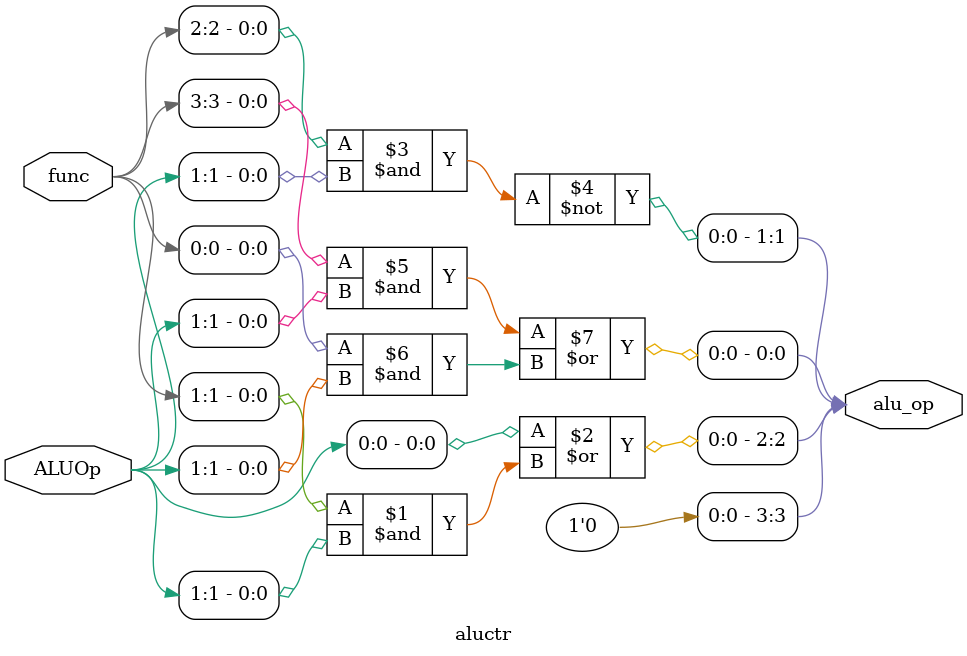
<source format=v>
`define a func[3]
`define b func[2]
`define c func[1]
`define d func[0]  
`define p ALUOp[1]  
`define q ALUOp[0]

module aluctr( ALUOp, func, alu_op);
    input[1:0]  ALUOp;      // come from main control
    input[5:0]  func;       // instruction[5:0]

    output[3:0] alu_op;      //alu operation type

    assign alu_op[3] = 1'b0;
    assign alu_op[2] = `q | (`c & `p);
    assign alu_op[1] = ~(`b & `p);
    assign alu_op[0] = (`a&`p) | (`d&`p);


endmodule

/*
module aluctr( ALUOp, func, alu_op);
    input[1:0]      ALUOp;      // come from main control
    input[5:0]      func;       // instruction[5:0]

    output reg[3:0] alu_op;     //alu operation type

    // ALUOp    type    1-0         (input)
    parameter   LSW     = 2'b00;
    parameter   R_TYPE  = 2'b10;
    parameter   BEQ     = 2'b01;

    // ALUctr   type    3-0         (output)    
    parameter   AND     = 4'b0000;
    parameter   OR      = 4'b0001;
    parameter   ADD     = 4'b0010;
    parameter   SUB     = 4'b0110;
    parameter   SLT     = 4'b0111;    

    // R-TYPE   func    5-0
    parameter   ADD_F = 6'b100000;
    parameter   SUB_F = 6'b100010;
    parameter   AND_F = 6'b100100;
    parameter   OR_F  = 6'b100101;
    parameter   SLT_F = 6'b101010;
               

    always @(ALUOp or func)
    begin
        case (ALUOp)
            LSW:        alu_op = ADD;
            BEQ:        alu_op = SUB;
            R_TYPE:
                case (func)
                    AND_F:  alu_op = AND; 
                    OR_F:   alu_op = OR;
                    ADD_F:  alu_op = ADD;
                    SUB_F:  alu_op = SUB;
                    SLT_F:  alu_op = SLT;
                    default:alu_op = 4'b????;
                endcase
            default:
                        alu_op = 4'b????; 
        endcase    
    end
    

endmodule
*/

/*------ aluctr ------

    Input(func)     
    
    Operation           Output(to ALU-ALUOp)
    lw/sw           add                 0010
    beq             sub                 0110
    R-type          func     >>
                                AND     0000
                                OR      0001
                                add     0010
                                sub     0110
                                slt     0111
--------------------------------------------------    


            ALUOp   func        output(should be)-alu_op   
    lw/sw   00      XXXXXX      add 0010
    
    beq     01      XXXX        sub 0110
    
    add     10  (10)0000        add 0010
    sub     10      0010        sub 0110
    slt     10      1010        slt 0111
    AND     10      0100        AND 0000
    OR      10      0101        OR  0001
*/
</source>
